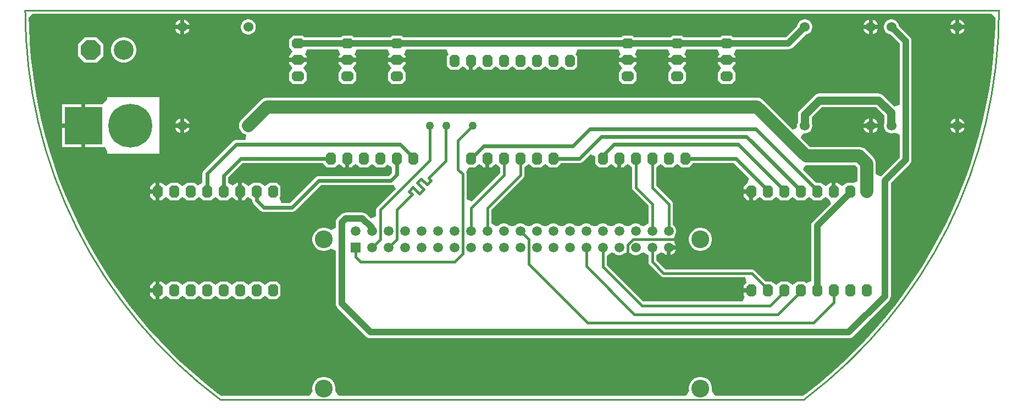
<source format=gtl>
G04*
G04 #@! TF.GenerationSoftware,Altium Limited,Altium Designer,21.2.0 (30)*
G04*
G04 Layer_Physical_Order=1*
G04 Layer_Color=255*
%FSLAX25Y25*%
%MOIN*%
G70*
G04*
G04 #@! TF.SameCoordinates,915FADF9-C2CC-4250-813C-173C15824247*
G04*
G04*
G04 #@! TF.FilePolarity,Positive*
G04*
G01*
G75*
%ADD10C,0.03937*%
%ADD12C,0.05000*%
%ADD14C,0.01000*%
%ADD27C,0.01575*%
%ADD28C,0.02362*%
%ADD29C,0.07874*%
%ADD30C,0.11811*%
G04:AMPARAMS|DCode=31|XSize=75mil|YSize=60mil|CornerRadius=0mil|HoleSize=0mil|Usage=FLASHONLY|Rotation=90.000|XOffset=0mil|YOffset=0mil|HoleType=Round|Shape=Octagon|*
%AMOCTAGOND31*
4,1,8,0.01500,0.03750,-0.01500,0.03750,-0.03000,0.02250,-0.03000,-0.02250,-0.01500,-0.03750,0.01500,-0.03750,0.03000,-0.02250,0.03000,0.02250,0.01500,0.03750,0.0*
%
%ADD31OCTAGOND31*%

%ADD32C,0.06000*%
%ADD33C,0.10827*%
%ADD34C,0.05937*%
%ADD35R,0.05937X0.05937*%
G04:AMPARAMS|DCode=36|XSize=75mil|YSize=60mil|CornerRadius=0mil|HoleSize=0mil|Usage=FLASHONLY|Rotation=0.000|XOffset=0mil|YOffset=0mil|HoleType=Round|Shape=Octagon|*
%AMOCTAGOND36*
4,1,8,0.03750,-0.01500,0.03750,0.01500,0.02250,0.03000,-0.02250,0.03000,-0.03750,0.01500,-0.03750,-0.01500,-0.02250,-0.03000,0.02250,-0.03000,0.03750,-0.01500,0.0*
%
%ADD36OCTAGOND36*%

%ADD37C,0.12000*%
%ADD38P,0.12989X8X22.5*%
%ADD39C,0.26576*%
%ADD40R,0.22835X0.22835*%
%ADD41C,0.05000*%
G36*
X293130Y-4338D02*
X293044Y-9593D01*
X292573Y-19176D01*
X291789Y-28739D01*
X290692Y-38270D01*
X289284Y-47761D01*
X287567Y-57201D01*
X285541Y-66579D01*
X283210Y-75886D01*
X280576Y-85112D01*
X277641Y-94246D01*
X274408Y-103280D01*
X270882Y-112203D01*
X267066Y-121006D01*
X262964Y-129679D01*
X258580Y-138214D01*
X253919Y-146600D01*
X248987Y-154830D01*
X243787Y-162894D01*
X238327Y-170783D01*
X232612Y-178489D01*
X226647Y-186004D01*
X220440Y-193321D01*
X213997Y-200430D01*
X207324Y-207324D01*
X200430Y-213997D01*
X193321Y-220440D01*
X186004Y-226647D01*
X178489Y-232612D01*
X176445Y-234128D01*
X123215Y-234128D01*
X121970Y-232767D01*
X121014Y-230978D01*
X121161Y-230240D01*
Y-228863D01*
X120893Y-227513D01*
X120366Y-226241D01*
X119601Y-225097D01*
X118628Y-224123D01*
X117483Y-223358D01*
X116212Y-222832D01*
X114862Y-222563D01*
X113485D01*
X112135Y-222832D01*
X110863Y-223358D01*
X109719Y-224123D01*
X108745Y-225097D01*
X107980Y-226241D01*
X107454Y-227513D01*
X107185Y-228863D01*
Y-230240D01*
X107332Y-230978D01*
X106377Y-232767D01*
X105132Y-234128D01*
X0Y-234128D01*
X-105132Y-234128D01*
X-106377Y-232767D01*
X-107332Y-230978D01*
X-107185Y-230240D01*
Y-228863D01*
X-107454Y-227513D01*
X-107980Y-226241D01*
X-108745Y-225097D01*
X-109719Y-224123D01*
X-110863Y-223358D01*
X-112135Y-222832D01*
X-113485Y-222563D01*
X-114862D01*
X-116212Y-222832D01*
X-117483Y-223358D01*
X-118628Y-224123D01*
X-119601Y-225097D01*
X-120366Y-226241D01*
X-120893Y-227513D01*
X-121161Y-228863D01*
Y-230240D01*
X-121014Y-230978D01*
X-121970Y-232767D01*
X-123215Y-234128D01*
X-176445Y-234128D01*
X-178489Y-232612D01*
X-186004Y-226647D01*
X-193321Y-220440D01*
X-200430Y-213997D01*
X-207324Y-207324D01*
X-213997Y-200430D01*
X-220440Y-193321D01*
X-226647Y-186004D01*
X-232612Y-178489D01*
X-238327Y-170783D01*
X-243787Y-162894D01*
X-248987Y-154830D01*
X-253919Y-146600D01*
X-258580Y-138214D01*
X-262964Y-129679D01*
X-267066Y-121006D01*
X-270882Y-112203D01*
X-274408Y-103280D01*
X-277641Y-94246D01*
X-280576Y-85112D01*
X-283210Y-75886D01*
X-285541Y-66579D01*
X-287567Y-57201D01*
X-289284Y-47761D01*
X-290692Y-38270D01*
X-291789Y-28739D01*
X-292573Y-19176D01*
X-293044Y-9593D01*
X-293130Y-4338D01*
X-290921Y-2093D01*
X290921D01*
X293130Y-4338D01*
D02*
G37*
%LPC*%
G36*
X271181Y-5570D02*
Y-8819D01*
X274429D01*
X274399Y-8666D01*
X274054Y-7833D01*
X273553Y-7084D01*
X272916Y-6447D01*
X272167Y-5946D01*
X271334Y-5601D01*
X271181Y-5570D01*
D02*
G37*
G36*
X218681D02*
Y-8819D01*
X221930D01*
X221899Y-8666D01*
X221554Y-7833D01*
X221054Y-7084D01*
X220416Y-6447D01*
X219667Y-5946D01*
X218834Y-5601D01*
X218681Y-5570D01*
D02*
G37*
G36*
X-198819Y-5570D02*
Y-8819D01*
X-195571D01*
X-195601Y-8666D01*
X-195946Y-7833D01*
X-196447Y-7084D01*
X-197084Y-6447D01*
X-197833Y-5946D01*
X-198666Y-5601D01*
X-198819Y-5570D01*
D02*
G37*
G36*
X-201181Y-5570D02*
X-201334Y-5601D01*
X-202167Y-5946D01*
X-202916Y-6447D01*
X-203554Y-7084D01*
X-204054Y-7833D01*
X-204399Y-8666D01*
X-204430Y-8819D01*
X-201181D01*
Y-5570D01*
D02*
G37*
G36*
X268819Y-5570D02*
X268666Y-5601D01*
X267833Y-5946D01*
X267084Y-6447D01*
X266446Y-7084D01*
X265946Y-7833D01*
X265601Y-8666D01*
X265570Y-8819D01*
X268819D01*
Y-5570D01*
D02*
G37*
G36*
X216319D02*
X216166Y-5601D01*
X215333Y-5946D01*
X214584Y-6447D01*
X213947Y-7084D01*
X213446Y-7833D01*
X213101Y-8666D01*
X213071Y-8819D01*
X216319D01*
Y-5570D01*
D02*
G37*
G36*
X274429Y-11181D02*
X271181D01*
Y-14430D01*
X271334Y-14399D01*
X272167Y-14054D01*
X272916Y-13554D01*
X273553Y-12916D01*
X274054Y-12167D01*
X274399Y-11334D01*
X274429Y-11181D01*
D02*
G37*
G36*
X221930D02*
X218681D01*
Y-14430D01*
X218834Y-14399D01*
X219667Y-14054D01*
X220416Y-13554D01*
X221054Y-12916D01*
X221554Y-12167D01*
X221899Y-11334D01*
X221930Y-11181D01*
D02*
G37*
G36*
X-201181D02*
X-204430D01*
X-204399Y-11334D01*
X-204054Y-12167D01*
X-203554Y-12916D01*
X-202916Y-13554D01*
X-202167Y-14054D01*
X-201334Y-14399D01*
X-201181Y-14430D01*
Y-11181D01*
D02*
G37*
G36*
X-195571D02*
X-198819D01*
Y-14430D01*
X-198666Y-14399D01*
X-197833Y-14054D01*
X-197084Y-13554D01*
X-196447Y-12916D01*
X-195946Y-12167D01*
X-195601Y-11334D01*
X-195571Y-11181D01*
D02*
G37*
G36*
X268819D02*
X265570D01*
X265601Y-11334D01*
X265946Y-12167D01*
X266446Y-12916D01*
X267084Y-13554D01*
X267833Y-14054D01*
X268666Y-14399D01*
X268819Y-14430D01*
Y-11181D01*
D02*
G37*
G36*
X216319D02*
X213071D01*
X213101Y-11334D01*
X213446Y-12167D01*
X213947Y-12916D01*
X214584Y-13554D01*
X215333Y-14054D01*
X216166Y-14399D01*
X216319Y-14430D01*
Y-11181D01*
D02*
G37*
G36*
X-159549Y-5425D02*
X-160451D01*
X-161334Y-5601D01*
X-162167Y-5946D01*
X-162916Y-6447D01*
X-163554Y-7084D01*
X-164054Y-7833D01*
X-164399Y-8666D01*
X-164575Y-9549D01*
Y-10451D01*
X-164399Y-11334D01*
X-164054Y-12167D01*
X-163554Y-12916D01*
X-162916Y-13554D01*
X-162167Y-14054D01*
X-161334Y-14399D01*
X-160451Y-14575D01*
X-159549D01*
X-158666Y-14399D01*
X-157833Y-14054D01*
X-157084Y-13554D01*
X-156447Y-12916D01*
X-155946Y-12167D01*
X-155601Y-11334D01*
X-155425Y-10451D01*
Y-9549D01*
X-155601Y-8666D01*
X-155946Y-7833D01*
X-156447Y-7084D01*
X-157084Y-6447D01*
X-157833Y-5946D01*
X-158666Y-5601D01*
X-159549Y-5425D01*
D02*
G37*
G36*
X177951D02*
X177049D01*
X176166Y-5601D01*
X175333Y-5946D01*
X174584Y-6447D01*
X173946Y-7084D01*
X173446Y-7833D01*
X173101Y-8666D01*
X172932Y-9513D01*
X166020Y-16426D01*
X134038D01*
X133037Y-15425D01*
X126963D01*
X125962Y-16426D01*
X104038D01*
X103037Y-15425D01*
X96963D01*
X95962Y-16426D01*
X74038D01*
X73037Y-15425D01*
X66963D01*
X65962Y-16426D01*
X-65962D01*
X-66963Y-15425D01*
X-73037D01*
X-74038Y-16426D01*
X-95962D01*
X-96963Y-15425D01*
X-103037D01*
X-104038Y-16426D01*
X-125962D01*
X-126963Y-15425D01*
X-133037D01*
X-135325Y-17713D01*
Y-22287D01*
X-134663Y-22949D01*
X-133317Y-25000D01*
X-134663Y-27051D01*
X-135325Y-27713D01*
Y-28819D01*
X-124675D01*
Y-27713D01*
X-125337Y-27051D01*
X-125621Y-26618D01*
X-124360Y-23574D01*
X-105640D01*
X-104379Y-26618D01*
X-104663Y-27051D01*
X-105325Y-27713D01*
Y-28819D01*
X-94675D01*
Y-27713D01*
X-95337Y-27051D01*
X-95621Y-26618D01*
X-94360Y-23574D01*
X-75640D01*
X-74379Y-26618D01*
X-74663Y-27051D01*
X-75325Y-27713D01*
Y-28819D01*
X-64675D01*
Y-27713D01*
X-65337Y-27051D01*
X-65621Y-26618D01*
X-64360Y-23574D01*
X-39840D01*
X-38536Y-26724D01*
X-39575Y-27763D01*
Y-33837D01*
X-37287Y-36125D01*
X-32713D01*
X-32051Y-35463D01*
X-30000Y-34117D01*
X-27949Y-35463D01*
X-27287Y-36125D01*
X-26181D01*
Y-30800D01*
X-23819D01*
Y-36125D01*
X-22713D01*
X-22051Y-35463D01*
X-20000Y-34117D01*
X-17949Y-35463D01*
X-17287Y-36125D01*
X-12713D01*
X-12051Y-35463D01*
X-10000Y-34117D01*
X-7949Y-35463D01*
X-7287Y-36125D01*
X-2713D01*
X-2051Y-35463D01*
X0Y-34117D01*
X2051Y-35463D01*
X2713Y-36125D01*
X7287D01*
X7949Y-35463D01*
X10000Y-34117D01*
X12051Y-35463D01*
X12713Y-36125D01*
X17287D01*
X17949Y-35463D01*
X20000Y-34117D01*
X22051Y-35463D01*
X22713Y-36125D01*
X27287D01*
X27949Y-35463D01*
X30000Y-34117D01*
X32051Y-35463D01*
X32713Y-36125D01*
X37287D01*
X39575Y-33837D01*
Y-27763D01*
X38536Y-26724D01*
X39840Y-23574D01*
X64360D01*
X65621Y-26618D01*
X65337Y-27051D01*
X64675Y-27713D01*
Y-28819D01*
X75325D01*
Y-27713D01*
X74663Y-27051D01*
X74379Y-26618D01*
X75640Y-23574D01*
X94360D01*
X95621Y-26618D01*
X95337Y-27051D01*
X94675Y-27713D01*
Y-28819D01*
X105325D01*
Y-27713D01*
X104663Y-27051D01*
X104379Y-26618D01*
X105640Y-23574D01*
X124360D01*
X125621Y-26618D01*
X125337Y-27051D01*
X124675Y-27713D01*
Y-28819D01*
X135325D01*
Y-27713D01*
X134663Y-27051D01*
X134379Y-26618D01*
X135640Y-23574D01*
X167500D01*
X168425Y-23452D01*
X169287Y-23095D01*
X170027Y-22527D01*
X177987Y-14568D01*
X178834Y-14399D01*
X179667Y-14054D01*
X180416Y-13554D01*
X181053Y-12916D01*
X181554Y-12167D01*
X181899Y-11334D01*
X182075Y-10451D01*
Y-9549D01*
X181899Y-8666D01*
X181554Y-7833D01*
X181053Y-7084D01*
X180416Y-6447D01*
X179667Y-5946D01*
X178834Y-5601D01*
X177951Y-5425D01*
D02*
G37*
G36*
X-234804Y-16375D02*
X-236296D01*
X-237759Y-16666D01*
X-239138Y-17237D01*
X-240379Y-18066D01*
X-241434Y-19121D01*
X-242263Y-20362D01*
X-242834Y-21741D01*
X-243125Y-23204D01*
Y-24696D01*
X-242834Y-26160D01*
X-242263Y-27538D01*
X-241434Y-28779D01*
X-240379Y-29834D01*
X-239138Y-30663D01*
X-237759Y-31234D01*
X-236296Y-31525D01*
X-234804D01*
X-233341Y-31234D01*
X-231962Y-30663D01*
X-230721Y-29834D01*
X-229666Y-28779D01*
X-228837Y-27538D01*
X-228266Y-26160D01*
X-227975Y-24696D01*
Y-23204D01*
X-228266Y-21741D01*
X-228837Y-20362D01*
X-229666Y-19121D01*
X-230721Y-18066D01*
X-231962Y-17237D01*
X-233341Y-16666D01*
X-234804Y-16375D01*
D02*
G37*
G36*
X-251763D02*
X-259337D01*
X-263125Y-20163D01*
Y-27737D01*
X-259337Y-31525D01*
X-251763D01*
X-247975Y-27737D01*
Y-20163D01*
X-251763Y-16375D01*
D02*
G37*
G36*
X135325Y-31181D02*
X124675D01*
Y-32287D01*
X125337Y-32949D01*
X126683Y-35000D01*
X125337Y-37051D01*
X124675Y-37713D01*
Y-42287D01*
X126963Y-44575D01*
X133037D01*
X135325Y-42287D01*
Y-37713D01*
X134663Y-37051D01*
X133317Y-35000D01*
X134663Y-32949D01*
X135325Y-32287D01*
Y-31181D01*
D02*
G37*
G36*
X105325D02*
X94675D01*
Y-32287D01*
X95337Y-32949D01*
X96683Y-35000D01*
X95337Y-37051D01*
X94675Y-37713D01*
Y-42287D01*
X96963Y-44575D01*
X103037D01*
X105325Y-42287D01*
Y-37713D01*
X104663Y-37051D01*
X103317Y-35000D01*
X104663Y-32949D01*
X105325Y-32287D01*
Y-31181D01*
D02*
G37*
G36*
X75325D02*
X64675D01*
Y-32287D01*
X65337Y-32949D01*
X66683Y-35000D01*
X65337Y-37051D01*
X64675Y-37713D01*
Y-42287D01*
X66963Y-44575D01*
X73037D01*
X75325Y-42287D01*
Y-37713D01*
X74663Y-37051D01*
X73317Y-35000D01*
X74663Y-32949D01*
X75325Y-32287D01*
Y-31181D01*
D02*
G37*
G36*
X-64675D02*
X-75325D01*
Y-32287D01*
X-74663Y-32949D01*
X-73317Y-35000D01*
X-74663Y-37051D01*
X-75325Y-37713D01*
Y-42287D01*
X-73037Y-44575D01*
X-66963D01*
X-64675Y-42287D01*
Y-37713D01*
X-65337Y-37051D01*
X-66683Y-35000D01*
X-65337Y-32949D01*
X-64675Y-32287D01*
Y-31181D01*
D02*
G37*
G36*
X-94675D02*
X-105325D01*
Y-32287D01*
X-104663Y-32949D01*
X-103317Y-35000D01*
X-104663Y-37051D01*
X-105325Y-37713D01*
Y-42287D01*
X-103037Y-44575D01*
X-96963D01*
X-94675Y-42287D01*
Y-37713D01*
X-95337Y-37051D01*
X-96683Y-35000D01*
X-95337Y-32949D01*
X-94675Y-32287D01*
Y-31181D01*
D02*
G37*
G36*
X-124675D02*
X-135325D01*
Y-32287D01*
X-134663Y-32949D01*
X-133317Y-35000D01*
X-134663Y-37051D01*
X-135325Y-37713D01*
Y-42287D01*
X-133037Y-44575D01*
X-126963D01*
X-124675Y-42287D01*
Y-37713D01*
X-125337Y-37051D01*
X-126683Y-35000D01*
X-125337Y-32949D01*
X-124675Y-32287D01*
Y-31181D01*
D02*
G37*
G36*
X230451Y-5425D02*
X229549D01*
X228666Y-5601D01*
X227833Y-5946D01*
X227084Y-6447D01*
X226447Y-7084D01*
X225946Y-7833D01*
X225601Y-8666D01*
X225425Y-9549D01*
Y-10451D01*
X225601Y-11334D01*
X225946Y-12167D01*
X226447Y-12916D01*
X227084Y-13554D01*
X227833Y-14054D01*
X228666Y-14399D01*
X229513Y-14568D01*
X235026Y-20080D01*
Y-57177D01*
X235023Y-57180D01*
X231876Y-58364D01*
X225106Y-51594D01*
X224255Y-50941D01*
X223264Y-50530D01*
X222200Y-50390D01*
X186200D01*
X185136Y-50530D01*
X184145Y-50941D01*
X183294Y-51594D01*
X174627Y-60260D01*
X173974Y-61112D01*
X173564Y-62103D01*
X173424Y-63166D01*
Y-67887D01*
X173101Y-68666D01*
X172925Y-69549D01*
Y-70451D01*
X172972Y-70685D01*
X171366Y-71945D01*
X170191Y-72359D01*
X152416Y-54584D01*
X151577Y-53895D01*
X150619Y-53383D01*
X149581Y-53068D01*
X148500Y-52961D01*
X-148500D01*
X-148500Y-52961D01*
X-149581Y-53068D01*
X-150619Y-53383D01*
X-151577Y-53895D01*
X-152416Y-54584D01*
X-152416Y-54584D01*
X-163916Y-66084D01*
X-164605Y-66923D01*
X-165117Y-67880D01*
X-165432Y-68919D01*
X-165539Y-70000D01*
X-165432Y-71080D01*
X-165117Y-72119D01*
X-164605Y-73077D01*
X-163916Y-73916D01*
X-163077Y-74605D01*
X-162119Y-75117D01*
X-161081Y-75432D01*
X-161469Y-78469D01*
X-161700Y-78520D01*
X-167200D01*
X-167919Y-78615D01*
X-168590Y-78893D01*
X-169166Y-79334D01*
X-186966Y-97135D01*
X-187407Y-97710D01*
X-187685Y-98381D01*
X-187780Y-99100D01*
Y-104774D01*
X-190414Y-106412D01*
X-192051Y-105337D01*
X-192713Y-104675D01*
X-197287D01*
X-197949Y-105337D01*
X-200000Y-106683D01*
X-202051Y-105337D01*
X-202713Y-104675D01*
X-207287D01*
X-207949Y-105337D01*
X-210000Y-106683D01*
X-212051Y-105337D01*
X-212713Y-104675D01*
X-213819D01*
Y-110000D01*
Y-115325D01*
X-212713D01*
X-212051Y-114663D01*
X-210000Y-113317D01*
X-207949Y-114663D01*
X-207287Y-115325D01*
X-202713D01*
X-202051Y-114663D01*
X-200000Y-113317D01*
X-197949Y-114663D01*
X-197287Y-115325D01*
X-192713D01*
X-192051Y-114663D01*
X-190000Y-113317D01*
X-187949Y-114663D01*
X-187287Y-115325D01*
X-182713D01*
X-182051Y-114663D01*
X-180000Y-113317D01*
X-177949Y-114663D01*
X-177287Y-115325D01*
X-172713D01*
X-172051Y-114663D01*
X-170000Y-113317D01*
X-167949Y-114663D01*
X-167287Y-115325D01*
X-166181D01*
Y-110000D01*
Y-104675D01*
X-167287D01*
X-167949Y-105337D01*
X-169586Y-106412D01*
X-172220Y-104774D01*
Y-101451D01*
X-163549Y-92780D01*
X-114575D01*
Y-93037D01*
X-112287Y-95325D01*
X-107713D01*
X-107051Y-94663D01*
X-105000Y-93317D01*
X-102949Y-94663D01*
X-102287Y-95325D01*
X-101181D01*
Y-90000D01*
X-98819D01*
Y-95325D01*
X-97713D01*
X-97051Y-94663D01*
X-95000Y-93317D01*
X-92949Y-94663D01*
X-92287Y-95325D01*
X-87713D01*
X-87051Y-94663D01*
X-85000Y-93317D01*
X-82949Y-94663D01*
X-82287Y-95325D01*
X-77713D01*
X-77051Y-94663D01*
X-75414Y-93588D01*
X-72780Y-95226D01*
Y-98549D01*
X-74751Y-100520D01*
X-117125D01*
X-117844Y-100615D01*
X-118515Y-100893D01*
X-119090Y-101335D01*
X-134626Y-116870D01*
X-139804D01*
X-141109Y-113721D01*
X-140425Y-113037D01*
Y-106963D01*
X-142713Y-104675D01*
X-147287D01*
X-147949Y-105337D01*
X-150000Y-106683D01*
X-152051Y-105337D01*
X-152713Y-104675D01*
X-157287D01*
X-157949Y-105337D01*
X-160000Y-106683D01*
X-162051Y-105337D01*
X-162713Y-104675D01*
X-163819D01*
Y-110000D01*
Y-115325D01*
X-162713D01*
X-162051Y-114663D01*
X-160184Y-113437D01*
X-157661Y-115052D01*
Y-115418D01*
X-157567Y-116138D01*
X-157289Y-116808D01*
X-156847Y-117384D01*
X-152615Y-121616D01*
X-152040Y-122057D01*
X-151369Y-122335D01*
X-150650Y-122430D01*
X-133475D01*
X-132756Y-122335D01*
X-132085Y-122057D01*
X-131509Y-121616D01*
X-115974Y-106080D01*
X-73600D01*
X-72881Y-105985D01*
X-72210Y-105707D01*
X-70579Y-108283D01*
X-81704Y-119408D01*
X-82083Y-119902D01*
X-82182Y-120140D01*
X-82321Y-120476D01*
X-82402Y-121093D01*
Y-125117D01*
X-85552Y-126421D01*
X-88221Y-123752D01*
X-88961Y-123185D01*
X-89823Y-122827D01*
X-90748Y-122706D01*
X-100994D01*
X-101919Y-122827D01*
X-102781Y-123185D01*
X-103521Y-123752D01*
X-105827Y-126059D01*
X-106395Y-126799D01*
X-106752Y-127661D01*
X-106874Y-128586D01*
Y-131962D01*
X-108845Y-133078D01*
X-110023Y-133368D01*
X-110863Y-132807D01*
X-112135Y-132280D01*
X-113485Y-132012D01*
X-114862D01*
X-116212Y-132280D01*
X-117483Y-132807D01*
X-118628Y-133572D01*
X-119601Y-134545D01*
X-120366Y-135690D01*
X-120893Y-136962D01*
X-121161Y-138312D01*
Y-139688D01*
X-120893Y-141038D01*
X-120366Y-142310D01*
X-119601Y-143455D01*
X-118628Y-144428D01*
X-117483Y-145193D01*
X-116212Y-145720D01*
X-114862Y-145988D01*
X-113485D01*
X-112135Y-145720D01*
X-110863Y-145193D01*
X-110023Y-144632D01*
X-108845Y-144922D01*
X-106874Y-146038D01*
Y-178100D01*
X-106752Y-179025D01*
X-106395Y-179887D01*
X-105827Y-180627D01*
X-88527Y-197927D01*
X-88527Y-197927D01*
X-87787Y-198495D01*
X-86925Y-198852D01*
X-86000Y-198974D01*
X204200D01*
X205125Y-198852D01*
X205987Y-198495D01*
X206727Y-197927D01*
X228627Y-176027D01*
X229195Y-175287D01*
X229552Y-174425D01*
X229674Y-173500D01*
X229674Y-173500D01*
Y-104680D01*
X241127Y-93227D01*
X241695Y-92487D01*
X242052Y-91625D01*
X242174Y-90700D01*
Y-18600D01*
X242174Y-18600D01*
X242052Y-17675D01*
X241695Y-16813D01*
X241127Y-16073D01*
X234568Y-9513D01*
X234399Y-8666D01*
X234054Y-7833D01*
X233554Y-7084D01*
X232916Y-6447D01*
X232167Y-5946D01*
X231334Y-5601D01*
X230451Y-5425D01*
D02*
G37*
G36*
X271181Y-65570D02*
Y-68819D01*
X274429D01*
X274399Y-68666D01*
X274054Y-67833D01*
X273553Y-67084D01*
X272916Y-66447D01*
X272167Y-65946D01*
X271334Y-65601D01*
X271181Y-65570D01*
D02*
G37*
G36*
X-198819Y-65570D02*
Y-68819D01*
X-195571D01*
X-195601Y-68666D01*
X-195946Y-67833D01*
X-196447Y-67084D01*
X-197084Y-66447D01*
X-197833Y-65946D01*
X-198666Y-65601D01*
X-198819Y-65570D01*
D02*
G37*
G36*
X-201181Y-65570D02*
X-201334Y-65601D01*
X-202167Y-65946D01*
X-202916Y-66447D01*
X-203554Y-67084D01*
X-204054Y-67833D01*
X-204399Y-68666D01*
X-204430Y-68819D01*
X-201181D01*
Y-65570D01*
D02*
G37*
G36*
X268819Y-65570D02*
X268666Y-65601D01*
X267833Y-65946D01*
X267084Y-66447D01*
X266446Y-67084D01*
X265946Y-67833D01*
X265601Y-68666D01*
X265570Y-68819D01*
X268819D01*
Y-65570D01*
D02*
G37*
G36*
X-261181Y-57008D02*
X-272992D01*
Y-68819D01*
X-261181D01*
Y-57008D01*
D02*
G37*
G36*
X274429Y-71181D02*
X271181D01*
Y-74430D01*
X271334Y-74399D01*
X272167Y-74054D01*
X272916Y-73554D01*
X273553Y-72916D01*
X274054Y-72167D01*
X274399Y-71334D01*
X274429Y-71181D01*
D02*
G37*
G36*
X-201181D02*
X-204430D01*
X-204399Y-71334D01*
X-204054Y-72167D01*
X-203554Y-72916D01*
X-202916Y-73554D01*
X-202167Y-74054D01*
X-201334Y-74399D01*
X-201181Y-74430D01*
Y-71181D01*
D02*
G37*
G36*
X-195571D02*
X-198819D01*
Y-74430D01*
X-198666Y-74399D01*
X-197833Y-74054D01*
X-197084Y-73554D01*
X-196447Y-72916D01*
X-195946Y-72167D01*
X-195601Y-71334D01*
X-195571Y-71181D01*
D02*
G37*
G36*
X268819D02*
X265570D01*
X265601Y-71334D01*
X265946Y-72167D01*
X266446Y-72916D01*
X267084Y-73554D01*
X267833Y-74054D01*
X268666Y-74399D01*
X268819Y-74430D01*
Y-71181D01*
D02*
G37*
G36*
X-261181Y-71181D02*
X-272992D01*
Y-82992D01*
X-261181D01*
Y-71181D01*
D02*
G37*
G36*
X-245500Y-52800D02*
Y-54483D01*
X-248650Y-57008D01*
X-258819D01*
Y-70000D01*
Y-82992D01*
X-248650D01*
X-247008Y-82992D01*
X-245500Y-85517D01*
Y-86900D01*
X-214000Y-86900D01*
X-214000Y-52800D01*
X-245500Y-52800D01*
D02*
G37*
G36*
X-216181Y-104675D02*
X-217287D01*
X-219575Y-106963D01*
Y-108819D01*
X-216181D01*
Y-104675D01*
D02*
G37*
G36*
Y-111181D02*
X-219575D01*
Y-113037D01*
X-217287Y-115325D01*
X-216181D01*
Y-111181D01*
D02*
G37*
G36*
X-142713Y-164675D02*
X-147287D01*
X-147949Y-165337D01*
X-150000Y-166683D01*
X-152051Y-165337D01*
X-152713Y-164675D01*
X-157287D01*
X-157949Y-165337D01*
X-160000Y-166683D01*
X-162051Y-165337D01*
X-162713Y-164675D01*
X-167287D01*
X-167949Y-165337D01*
X-170000Y-166683D01*
X-172051Y-165337D01*
X-172713Y-164675D01*
X-177287D01*
X-177949Y-165337D01*
X-180000Y-166683D01*
X-182051Y-165337D01*
X-182713Y-164675D01*
X-187287D01*
X-187949Y-165337D01*
X-190000Y-166683D01*
X-192051Y-165337D01*
X-192713Y-164675D01*
X-197287D01*
X-197949Y-165337D01*
X-200000Y-166683D01*
X-202051Y-165337D01*
X-202713Y-164675D01*
X-207287D01*
X-207949Y-165337D01*
X-210000Y-166683D01*
X-212051Y-165337D01*
X-212713Y-164675D01*
X-213819D01*
Y-170000D01*
Y-175325D01*
X-212713D01*
X-212051Y-174663D01*
X-210000Y-173317D01*
X-207949Y-174663D01*
X-207287Y-175325D01*
X-202713D01*
X-202051Y-174663D01*
X-200000Y-173317D01*
X-197949Y-174663D01*
X-197287Y-175325D01*
X-192713D01*
X-192051Y-174663D01*
X-190000Y-173317D01*
X-187949Y-174663D01*
X-187287Y-175325D01*
X-182713D01*
X-182051Y-174663D01*
X-180000Y-173317D01*
X-177949Y-174663D01*
X-177287Y-175325D01*
X-172713D01*
X-172051Y-174663D01*
X-170000Y-173317D01*
X-167949Y-174663D01*
X-167287Y-175325D01*
X-162713D01*
X-162051Y-174663D01*
X-160000Y-173317D01*
X-157949Y-174663D01*
X-157287Y-175325D01*
X-152713D01*
X-152051Y-174663D01*
X-150000Y-173317D01*
X-147949Y-174663D01*
X-147287Y-175325D01*
X-142713D01*
X-140425Y-173037D01*
Y-166963D01*
X-142713Y-164675D01*
D02*
G37*
G36*
X-216181D02*
X-217287D01*
X-219575Y-166963D01*
Y-168819D01*
X-216181D01*
Y-164675D01*
D02*
G37*
G36*
Y-171181D02*
X-219575D01*
Y-173037D01*
X-217287Y-175325D01*
X-216181D01*
Y-171181D01*
D02*
G37*
%LPD*%
G36*
X225699Y-63811D02*
Y-68430D01*
X225601Y-68666D01*
X225425Y-69549D01*
Y-70451D01*
X225601Y-71334D01*
X225946Y-72167D01*
X226447Y-72916D01*
X227084Y-73554D01*
X227833Y-74054D01*
X228666Y-74399D01*
X229549Y-74575D01*
X230451D01*
X231334Y-74399D01*
X231876Y-74174D01*
X233340Y-74702D01*
X234654Y-75428D01*
X235026Y-75829D01*
Y-89220D01*
X223688Y-100558D01*
X223227Y-100534D01*
X220538Y-99454D01*
Y-93012D01*
X220432Y-91932D01*
X220117Y-90893D01*
X219605Y-89935D01*
X218916Y-89096D01*
X214304Y-84484D01*
X213464Y-83795D01*
X212507Y-83283D01*
X211468Y-82968D01*
X210387Y-82862D01*
X180694D01*
X175142Y-77309D01*
X175555Y-76134D01*
X176815Y-74528D01*
X177049Y-74575D01*
X177951D01*
X178834Y-74399D01*
X179667Y-74054D01*
X180416Y-73554D01*
X181053Y-72916D01*
X181554Y-72167D01*
X181899Y-71334D01*
X182075Y-70451D01*
Y-69549D01*
X181899Y-68666D01*
X181643Y-68049D01*
Y-64869D01*
X187902Y-58610D01*
X220498D01*
X225699Y-63811D01*
D02*
G37*
G36*
X143820Y-102001D02*
X142713Y-104675D01*
X140425Y-106963D01*
Y-108819D01*
X145000D01*
Y-110000D01*
X146181D01*
Y-115325D01*
X147287D01*
X147949Y-114663D01*
X150000Y-113317D01*
X152051Y-114663D01*
X152713Y-115325D01*
X157287D01*
X157949Y-114663D01*
X160000Y-113317D01*
X162051Y-114663D01*
X162713Y-115325D01*
X167287D01*
X167949Y-114663D01*
X170000Y-113317D01*
X172051Y-114663D01*
X172713Y-115325D01*
X177287D01*
X177949Y-114663D01*
X180000Y-113317D01*
X182051Y-114663D01*
X182713Y-115325D01*
X187287D01*
X187949Y-114663D01*
X190000Y-113317D01*
X192051Y-114663D01*
X192713Y-115325D01*
X193491Y-117205D01*
X182473Y-128223D01*
X181905Y-128963D01*
X181548Y-129825D01*
X181426Y-130750D01*
Y-164360D01*
X178382Y-165621D01*
X177949Y-165337D01*
X177287Y-164675D01*
X172713D01*
X172051Y-165337D01*
X170000Y-166683D01*
X167949Y-165337D01*
X167287Y-164675D01*
X162713D01*
X162051Y-165337D01*
X160000Y-166683D01*
X157949Y-165337D01*
X157287Y-164675D01*
X153795D01*
X147135Y-158015D01*
X146641Y-157637D01*
X146403Y-157538D01*
X146067Y-157399D01*
X145450Y-157317D01*
X92887D01*
X87383Y-151813D01*
Y-148655D01*
X90197Y-147062D01*
X91940Y-147365D01*
X92210Y-147635D01*
X93246Y-148234D01*
X93819Y-148387D01*
Y-144000D01*
X95000D01*
Y-142819D01*
X99387D01*
X99234Y-142246D01*
X98636Y-141210D01*
X98365Y-140940D01*
X98027Y-139000D01*
X98365Y-137060D01*
X98636Y-136790D01*
X99234Y-135754D01*
X99543Y-134598D01*
Y-133402D01*
X99234Y-132246D01*
X98636Y-131210D01*
X97790Y-130365D01*
X97383Y-130129D01*
Y-117500D01*
X97383Y-117500D01*
X97301Y-116883D01*
X97063Y-116309D01*
X96685Y-115815D01*
X87383Y-106513D01*
Y-95230D01*
X87949Y-94663D01*
X90000Y-93317D01*
X92051Y-94663D01*
X92713Y-95325D01*
X97287D01*
X97949Y-94663D01*
X100000Y-93317D01*
X102051Y-94663D01*
X102713Y-95325D01*
X107287D01*
X109575Y-93037D01*
Y-92780D01*
X134599D01*
X143820Y-102001D01*
D02*
G37*
G36*
X50425Y-88660D02*
Y-93037D01*
X52713Y-95325D01*
X57287D01*
X57949Y-94663D01*
X60000Y-93317D01*
X62051Y-94663D01*
X62713Y-95325D01*
X63819D01*
Y-90000D01*
X66181D01*
Y-95325D01*
X67287D01*
X67949Y-94663D01*
X70000Y-93317D01*
X72051Y-94663D01*
X72617Y-95230D01*
Y-107500D01*
X72699Y-108117D01*
X72838Y-108453D01*
X72937Y-108691D01*
X73315Y-109185D01*
X82617Y-118487D01*
Y-129345D01*
X79803Y-130938D01*
X78060Y-130635D01*
X77790Y-130365D01*
X76754Y-129766D01*
X75598Y-129457D01*
X74402D01*
X73246Y-129766D01*
X72210Y-130365D01*
X71940Y-130635D01*
X70000Y-130973D01*
X68060Y-130635D01*
X67790Y-130365D01*
X66754Y-129766D01*
X65598Y-129457D01*
X64402D01*
X63246Y-129766D01*
X62210Y-130365D01*
X61940Y-130635D01*
X60000Y-130973D01*
X58060Y-130635D01*
X57790Y-130365D01*
X56754Y-129766D01*
X55598Y-129457D01*
X54402D01*
X53246Y-129766D01*
X52210Y-130365D01*
X51940Y-130635D01*
X50000Y-130973D01*
X48060Y-130635D01*
X47790Y-130365D01*
X46754Y-129766D01*
X45598Y-129457D01*
X44402D01*
X43246Y-129766D01*
X42210Y-130365D01*
X41940Y-130635D01*
X40000Y-130973D01*
X38060Y-130635D01*
X37790Y-130365D01*
X36754Y-129766D01*
X35598Y-129457D01*
X34402D01*
X33246Y-129766D01*
X32210Y-130365D01*
X31940Y-130635D01*
X30000Y-130973D01*
X28060Y-130635D01*
X27790Y-130365D01*
X26754Y-129766D01*
X25598Y-129457D01*
X24402D01*
X23246Y-129766D01*
X22210Y-130365D01*
X21940Y-130635D01*
X20000Y-130973D01*
X18060Y-130635D01*
X17790Y-130365D01*
X16754Y-129766D01*
X15598Y-129457D01*
X14402D01*
X13246Y-129766D01*
X12210Y-130365D01*
X11940Y-130635D01*
X10000Y-130973D01*
X8060Y-130635D01*
X7790Y-130365D01*
X6754Y-129766D01*
X5598Y-129457D01*
X4402D01*
X3246Y-129766D01*
X2210Y-130365D01*
X1940Y-130635D01*
X0Y-130973D01*
X-1940Y-130635D01*
X-2210Y-130365D01*
X-3246Y-129766D01*
X-4402Y-129457D01*
X-5598D01*
X-6754Y-129766D01*
X-7790Y-130365D01*
X-8060Y-130635D01*
X-9803Y-130938D01*
X-12617Y-129345D01*
Y-120887D01*
X6685Y-101585D01*
X7063Y-101091D01*
X7162Y-100853D01*
X7301Y-100517D01*
X7383Y-99900D01*
Y-95230D01*
X7949Y-94663D01*
X10000Y-93317D01*
X12051Y-94663D01*
X12713Y-95325D01*
X17287D01*
X17949Y-94663D01*
X20000Y-93317D01*
X22051Y-94663D01*
X22713Y-95325D01*
X27287D01*
X29575Y-93037D01*
Y-92780D01*
X40700D01*
X41419Y-92685D01*
X42090Y-92407D01*
X42665Y-91966D01*
X47276Y-87356D01*
X50425Y-88660D01*
D02*
G37*
G36*
X-13819Y-95325D02*
X-12713D01*
X-12051Y-94663D01*
X-10000Y-93317D01*
X-7949Y-94663D01*
X-7383Y-95230D01*
Y-98913D01*
X-24468Y-115998D01*
X-27617Y-114694D01*
Y-99400D01*
X-27699Y-98783D01*
X-27838Y-98447D01*
X-27937Y-98209D01*
X-27940Y-98204D01*
X-27060Y-96262D01*
X-26252Y-95325D01*
X-22713D01*
X-22051Y-94663D01*
X-20000Y-93317D01*
X-17949Y-94663D01*
X-17287Y-95325D01*
X-16181D01*
Y-90000D01*
X-13819D01*
Y-95325D01*
D02*
G37*
G36*
X178400Y-93938D02*
X178400Y-93938D01*
X208093D01*
X209461Y-95307D01*
Y-103775D01*
X207287Y-104675D01*
X202713D01*
X202051Y-105337D01*
X200000Y-106683D01*
X197949Y-105337D01*
X197287Y-104675D01*
X196181D01*
Y-110000D01*
X193819D01*
Y-104675D01*
X192713D01*
X192051Y-105337D01*
X190000Y-106683D01*
X187949Y-105337D01*
X187287Y-104675D01*
X184356D01*
X176516Y-96835D01*
X176826Y-95678D01*
X178038Y-93903D01*
X178400Y-93938D01*
D02*
G37*
G36*
X71940Y-147365D02*
X72210Y-147635D01*
X73246Y-148234D01*
X74402Y-148543D01*
X75598D01*
X76754Y-148234D01*
X77790Y-147635D01*
X78060Y-147365D01*
X79803Y-147062D01*
X82617Y-148655D01*
Y-152800D01*
X82699Y-153417D01*
X82838Y-153753D01*
X82937Y-153991D01*
X83315Y-154485D01*
X90215Y-161385D01*
X90709Y-161763D01*
X91283Y-162001D01*
X91900Y-162083D01*
X141368D01*
X142156Y-165232D01*
X140425Y-166963D01*
Y-168819D01*
X145000D01*
Y-171181D01*
X140425D01*
Y-173037D01*
X141056Y-173668D01*
X139751Y-176817D01*
X79587D01*
X57483Y-154713D01*
Y-148877D01*
X60331Y-147085D01*
X61940Y-147365D01*
X62210Y-147635D01*
X63246Y-148234D01*
X64402Y-148543D01*
X65598D01*
X66754Y-148234D01*
X67790Y-147635D01*
X68060Y-147365D01*
X70000Y-147027D01*
X71940Y-147365D01*
D02*
G37*
%LPC*%
G36*
X218681Y-65570D02*
Y-68819D01*
X221930D01*
X221899Y-68666D01*
X221554Y-67833D01*
X221054Y-67084D01*
X220416Y-66447D01*
X219667Y-65946D01*
X218834Y-65601D01*
X218681Y-65570D01*
D02*
G37*
G36*
X216319Y-65570D02*
X216166Y-65601D01*
X215333Y-65946D01*
X214584Y-66447D01*
X213947Y-67084D01*
X213446Y-67833D01*
X213101Y-68666D01*
X213071Y-68819D01*
X216319D01*
Y-65570D01*
D02*
G37*
G36*
X221930Y-71181D02*
X218681D01*
Y-74430D01*
X218834Y-74399D01*
X219667Y-74054D01*
X220416Y-73554D01*
X221054Y-72916D01*
X221554Y-72167D01*
X221899Y-71334D01*
X221930Y-71181D01*
D02*
G37*
G36*
X216319D02*
X213071D01*
X213101Y-71334D01*
X213446Y-72167D01*
X213947Y-72916D01*
X214584Y-73554D01*
X215333Y-74054D01*
X216166Y-74399D01*
X216319Y-74430D01*
Y-71181D01*
D02*
G37*
G36*
X143819Y-111181D02*
X140425D01*
Y-113037D01*
X142713Y-115325D01*
X143819D01*
Y-111181D01*
D02*
G37*
G36*
X114862Y-132012D02*
X113485D01*
X112135Y-132280D01*
X110863Y-132807D01*
X109719Y-133572D01*
X108745Y-134545D01*
X107980Y-135690D01*
X107454Y-136962D01*
X107185Y-138312D01*
Y-139688D01*
X107454Y-141038D01*
X107980Y-142310D01*
X108745Y-143455D01*
X109719Y-144428D01*
X110863Y-145193D01*
X112135Y-145720D01*
X113485Y-145988D01*
X114862D01*
X116212Y-145720D01*
X117483Y-145193D01*
X118628Y-144428D01*
X119601Y-143455D01*
X120366Y-142310D01*
X120893Y-141038D01*
X121161Y-139688D01*
Y-138312D01*
X120893Y-136962D01*
X120366Y-135690D01*
X119601Y-134545D01*
X118628Y-133572D01*
X117483Y-132807D01*
X116212Y-132280D01*
X114862Y-132012D01*
D02*
G37*
G36*
X99387Y-145181D02*
X96181D01*
Y-148387D01*
X96754Y-148234D01*
X97790Y-147635D01*
X98636Y-146790D01*
X99234Y-145754D01*
X99387Y-145181D01*
D02*
G37*
%LPD*%
D10*
X-103300Y-128586D02*
X-100994Y-126279D01*
X-90748D01*
X-103300Y-178100D02*
Y-128586D01*
X-90748Y-126279D02*
X-85383Y-131645D01*
Y-133617D02*
X-85000Y-134000D01*
X-85383Y-133617D02*
Y-131645D01*
X-103300Y-178100D02*
X-86000Y-195400D01*
X204200D01*
X226100Y-173500D02*
Y-103200D01*
X230000Y-10000D02*
X238600Y-18600D01*
X226100Y-103200D02*
X238600Y-90700D01*
X204200Y-195400D02*
X226100Y-173500D01*
X238600Y-90700D02*
Y-18600D01*
X185000Y-130750D02*
X205000Y-110750D01*
X185000Y-170000D02*
Y-130750D01*
X167500Y-20000D02*
X177500Y-10000D01*
X130000Y-20000D02*
X167500D01*
X70000D02*
X100000D01*
X-70000D02*
X70000D01*
X-100000D02*
X-70000D01*
X100000D02*
X130000D01*
X-130000D02*
X-100000D01*
D12*
X177533Y-69967D02*
Y-63166D01*
X177500Y-70000D02*
X177533Y-69967D01*
Y-63166D02*
X186200Y-54500D01*
X222200D02*
X229809Y-62109D01*
Y-69809D02*
Y-62109D01*
Y-69809D02*
X230000Y-70000D01*
X186200Y-54500D02*
X222200D01*
D14*
X177289Y-236127D02*
G03*
X295276Y0I-177289J236127D01*
G01*
X-295276D02*
G03*
X-177289Y-236127I295276J0D01*
G01*
X-177196Y-236220D02*
X0Y-236221D01*
X177196Y-236221D01*
X-295276Y0D02*
X295276D01*
D27*
X70000Y-147027D02*
Y-142274D01*
X73274Y-139000D02*
X98027D01*
X70000Y-142274D02*
X73274Y-139000D01*
X-49707Y-100780D02*
X-40157Y-91231D01*
X-50607Y-101680D02*
X-49707Y-100780D01*
X-50607Y-101680D02*
X-49124Y-103163D01*
X-51652Y-105691D02*
X-49124Y-103163D01*
X-55090Y-102253D02*
X-51652Y-105691D01*
X-57617Y-104781D02*
X-55090Y-102253D01*
X-57617Y-104781D02*
X-53688Y-108710D01*
X-56216Y-111238D02*
X-53688Y-108710D01*
X-60145Y-107309D02*
X-56216Y-111238D01*
X-62673Y-109836D02*
X-60145Y-107309D01*
X-62673Y-109836D02*
X-60718Y-111791D01*
X-61275Y-112348D02*
X-60718Y-111791D01*
X-70020Y-121093D02*
X-61275Y-112348D01*
X-40157Y-91231D02*
Y-70157D01*
X-40000Y-70000D01*
X-70020Y-139020D02*
Y-121093D01*
X-75000Y-144000D02*
X-70020Y-139020D01*
X-32800Y-96600D02*
Y-79060D01*
X-23800Y-70060D01*
X-50000Y-91073D02*
Y-70000D01*
X-80020Y-121093D02*
X-50000Y-91073D01*
X-80020Y-139020D02*
Y-121093D01*
X-85000Y-144000D02*
X-80020Y-139020D01*
X-32800Y-96600D02*
X-30000Y-99400D01*
X-34800Y-152500D02*
X-30000Y-147700D01*
Y-99400D01*
X-92000Y-152500D02*
X-34800D01*
X85000Y-107500D02*
Y-90000D01*
X95000Y-134000D02*
Y-117500D01*
X85000Y-107500D02*
X95000Y-117500D01*
X75000Y-107500D02*
X85000Y-117500D01*
Y-134000D02*
Y-117500D01*
X75000Y-107500D02*
Y-90000D01*
X-15000Y-119900D02*
X5000Y-99900D01*
Y-90000D01*
X-15000Y-134000D02*
Y-119900D01*
X-25000Y-134000D02*
Y-119900D01*
X-5000Y-99900D02*
Y-90000D01*
X-25000Y-119900D02*
X-5000Y-99900D01*
X145450Y-159700D02*
X155000Y-169250D01*
X91900Y-159700D02*
X145450D01*
X85000Y-152800D02*
X91900Y-159700D01*
X85000Y-152800D02*
Y-144000D01*
X45700Y-189800D02*
X182600D01*
X195000Y-177400D01*
X10000Y-154100D02*
X45700Y-189800D01*
X-95000Y-149500D02*
Y-144000D01*
Y-149500D02*
X-92000Y-152500D01*
X10000Y-154100D02*
Y-139000D01*
X5000Y-134000D02*
X10000Y-139000D01*
X161250Y-184500D02*
X175000Y-170750D01*
X74100Y-184500D02*
X161250D01*
X45000Y-155400D02*
Y-144000D01*
Y-155400D02*
X74100Y-184500D01*
X175000Y-170750D02*
Y-170000D01*
X156550Y-179200D02*
X165000Y-170750D01*
X55100Y-155700D02*
X78600Y-179200D01*
X156550D01*
X55000Y-144000D02*
X55100Y-144100D01*
X165000Y-170750D02*
Y-170000D01*
X55100Y-155700D02*
Y-144100D01*
X195000Y-177400D02*
Y-170000D01*
D28*
X-70000Y-99700D02*
Y-90000D01*
X-73600Y-103300D02*
X-70000Y-99700D01*
X-117125Y-103300D02*
X-73600D01*
X-167200Y-81300D02*
X-67950D01*
X-60000Y-89250D01*
Y-90000D02*
Y-89250D01*
X-185000Y-110000D02*
Y-99100D01*
X-167200Y-81300D01*
X-164700Y-90000D02*
X-110000D01*
X-175000Y-100300D02*
X-164700Y-90000D01*
X-175000Y-110000D02*
Y-100300D01*
X-133475Y-119650D02*
X-117125Y-103300D01*
X-150650Y-119650D02*
X-133475D01*
X-154882Y-115418D02*
Y-110118D01*
Y-115418D02*
X-150650Y-119650D01*
X-155000Y-110000D02*
X-154882Y-110118D01*
X147750Y-72000D02*
X185000Y-109250D01*
X36600Y-82400D02*
X47000Y-72000D01*
X147750D01*
X54200Y-76500D02*
X142250D01*
X40700Y-90000D02*
X54200Y-76500D01*
X142250D02*
X175000Y-109250D01*
X56621Y-86180D02*
X61600Y-81200D01*
X136950D02*
X165000Y-109250D01*
X61600Y-81200D02*
X136950D01*
X55000Y-90000D02*
Y-88211D01*
X56621Y-86591D01*
Y-86180D01*
X-17400Y-82400D02*
X36600D01*
X-25000Y-90000D02*
X-17400Y-82400D01*
X-25000Y-90000D02*
Y-90000D01*
X185000Y-110000D02*
Y-109250D01*
X25000Y-90000D02*
X40700D01*
X135750D02*
X155000Y-109250D01*
X175000Y-110000D02*
Y-109250D01*
X105000Y-90000D02*
X135750D01*
X165000Y-110000D02*
Y-109250D01*
X155000Y-110000D02*
Y-109250D01*
D29*
X-148500Y-58500D02*
X148500D01*
X178400Y-88400D01*
X-160000Y-70000D02*
X-148500Y-58500D01*
X178400Y-88400D02*
X210387D01*
X215000Y-93012D01*
Y-110000D02*
Y-93012D01*
D30*
X-260000Y-70000D02*
X-259900D01*
D31*
X-80000Y-90000D02*
D03*
X-90000D02*
D03*
X-5000Y-30800D02*
D03*
X-15000D02*
D03*
X145000Y-110000D02*
D03*
X155000D02*
D03*
X165000D02*
D03*
X175000D02*
D03*
X185000D02*
D03*
X195000D02*
D03*
X205000D02*
D03*
X215000D02*
D03*
X145000Y-170000D02*
D03*
X155000D02*
D03*
X165000D02*
D03*
X175000D02*
D03*
X185000D02*
D03*
X195000D02*
D03*
X205000D02*
D03*
X215000D02*
D03*
X-215000Y-110000D02*
D03*
X-205000D02*
D03*
X-195000D02*
D03*
X-185000D02*
D03*
X-175000D02*
D03*
X-165000D02*
D03*
X-155000D02*
D03*
X-145000D02*
D03*
X-215000Y-170000D02*
D03*
X-205000D02*
D03*
X-195000D02*
D03*
X-185000D02*
D03*
X-175000D02*
D03*
X-165000D02*
D03*
X-155000D02*
D03*
X-145000D02*
D03*
X35000Y-30800D02*
D03*
X25000D02*
D03*
X15000D02*
D03*
X5000D02*
D03*
X-25000D02*
D03*
X-35000D02*
D03*
X-110000Y-90000D02*
D03*
X-100000D02*
D03*
X-70000D02*
D03*
X-60000D02*
D03*
X-25000D02*
D03*
X-15000D02*
D03*
X-5000D02*
D03*
X5000D02*
D03*
X15000D02*
D03*
X25000D02*
D03*
X55000D02*
D03*
X65000D02*
D03*
X75000D02*
D03*
X85000D02*
D03*
X95000D02*
D03*
X105000D02*
D03*
D32*
X270000Y-70000D02*
D03*
Y-10000D02*
D03*
X230000Y-70000D02*
D03*
Y-10000D02*
D03*
X-200000D02*
D03*
Y-70000D02*
D03*
X-160000Y-10000D02*
D03*
Y-70000D02*
D03*
X217500D02*
D03*
Y-10000D02*
D03*
X177500Y-70000D02*
D03*
Y-10000D02*
D03*
D33*
X114173Y-139000D02*
D03*
Y-229551D02*
D03*
X-114173Y-139000D02*
D03*
Y-229551D02*
D03*
D34*
X95000Y-134000D02*
D03*
Y-144000D02*
D03*
X85000Y-134000D02*
D03*
Y-144000D02*
D03*
X75000Y-134000D02*
D03*
Y-144000D02*
D03*
X65000Y-134000D02*
D03*
Y-144000D02*
D03*
X55000Y-134000D02*
D03*
Y-144000D02*
D03*
X45000Y-134000D02*
D03*
Y-144000D02*
D03*
X35000Y-134000D02*
D03*
Y-144000D02*
D03*
X25000Y-134000D02*
D03*
Y-144000D02*
D03*
X15000Y-134000D02*
D03*
Y-144000D02*
D03*
X5000Y-134000D02*
D03*
Y-144000D02*
D03*
X-5000Y-134000D02*
D03*
Y-144000D02*
D03*
X-15000Y-134000D02*
D03*
Y-144000D02*
D03*
X-25000Y-134000D02*
D03*
Y-144000D02*
D03*
X-35000Y-134000D02*
D03*
Y-144000D02*
D03*
X-45000Y-134000D02*
D03*
Y-144000D02*
D03*
X-55000Y-134000D02*
D03*
Y-144000D02*
D03*
X-65000Y-134000D02*
D03*
Y-144000D02*
D03*
X-75000Y-134000D02*
D03*
Y-144000D02*
D03*
X-85000Y-134000D02*
D03*
Y-144000D02*
D03*
X-95000Y-134000D02*
D03*
D35*
Y-144000D02*
D03*
D36*
X-130000Y-40000D02*
D03*
Y-30000D02*
D03*
Y-20000D02*
D03*
X130000Y-40000D02*
D03*
Y-30000D02*
D03*
Y-20000D02*
D03*
X-70000Y-40000D02*
D03*
Y-30000D02*
D03*
Y-20000D02*
D03*
X-100000Y-40000D02*
D03*
Y-30000D02*
D03*
Y-20000D02*
D03*
X100000Y-40000D02*
D03*
Y-30000D02*
D03*
Y-20000D02*
D03*
X70000Y-40000D02*
D03*
Y-30000D02*
D03*
Y-20000D02*
D03*
D37*
X-235550Y-23950D02*
D03*
D38*
X-255550D02*
D03*
D39*
X-231654Y-70000D02*
D03*
D40*
X-260000D02*
D03*
D41*
X-23800D02*
D03*
X-40000D02*
D03*
X-50000D02*
D03*
M02*

</source>
